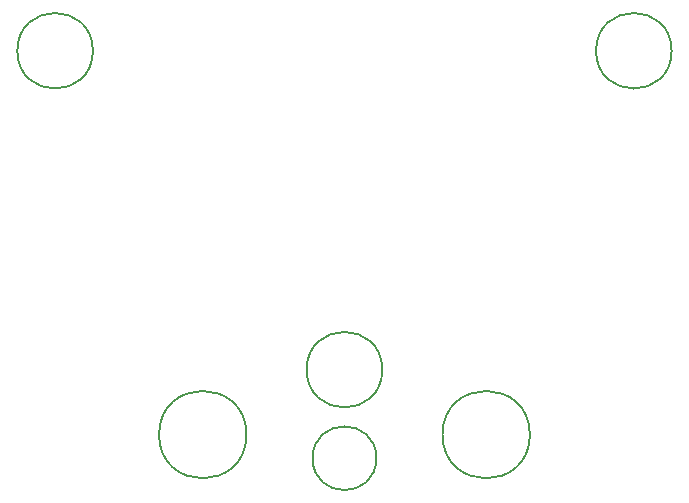
<source format=gbr>
%TF.GenerationSoftware,KiCad,Pcbnew,(7.0.0-0)*%
%TF.CreationDate,2023-04-09T22:27:31-05:00*%
%TF.ProjectId,RP2040_minimal,52503230-3430-45f6-9d69-6e696d616c2e,REV1*%
%TF.SameCoordinates,Original*%
%TF.FileFunction,Other,Comment*%
%FSLAX46Y46*%
G04 Gerber Fmt 4.6, Leading zero omitted, Abs format (unit mm)*
G04 Created by KiCad (PCBNEW (7.0.0-0)) date 2023-04-09 22:27:31*
%MOMM*%
%LPD*%
G01*
G04 APERTURE LIST*
%ADD10C,0.150000*%
G04 APERTURE END LIST*
D10*
%TO.C,REF\u002A\u002A*%
X-8300000Y-19000000D02*
G75*
G03*
X-8300000Y-19000000I-3700000J0D01*
G01*
X15700000Y-19000000D02*
G75*
G03*
X15700000Y-19000000I-3700000J0D01*
G01*
X2700000Y-21000000D02*
G75*
G03*
X2700000Y-21000000I-2700000J0D01*
G01*
%TO.C,H3*%
X3200000Y-13500000D02*
G75*
G03*
X3200000Y-13500000I-3200000J0D01*
G01*
%TO.C,H2*%
X27700000Y13500000D02*
G75*
G03*
X27700000Y13500000I-3200000J0D01*
G01*
%TO.C,H1*%
X-21300000Y13500000D02*
G75*
G03*
X-21300000Y13500000I-3200000J0D01*
G01*
%TD*%
M02*

</source>
